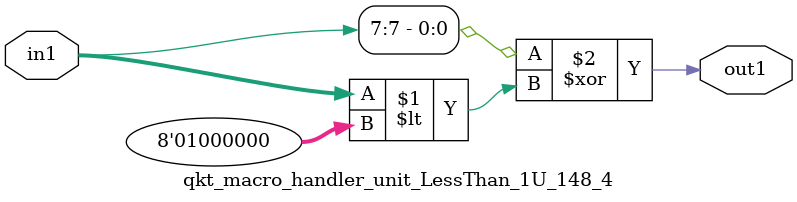
<source format=v>

`timescale 1ps / 1ps


module qkt_macro_handler_unit_LessThan_1U_148_4( in1, out1 );

    input [7:0] in1;
    output out1;

    
    // rtl_process:qkv_macro_handler_hub_LessThan_1U_94_4/qkv_macro_handler_hub_LessThan_1U_94_4_thread_1
    assign out1 = (in1[7] ^ in1 < 8'd064);

endmodule





</source>
